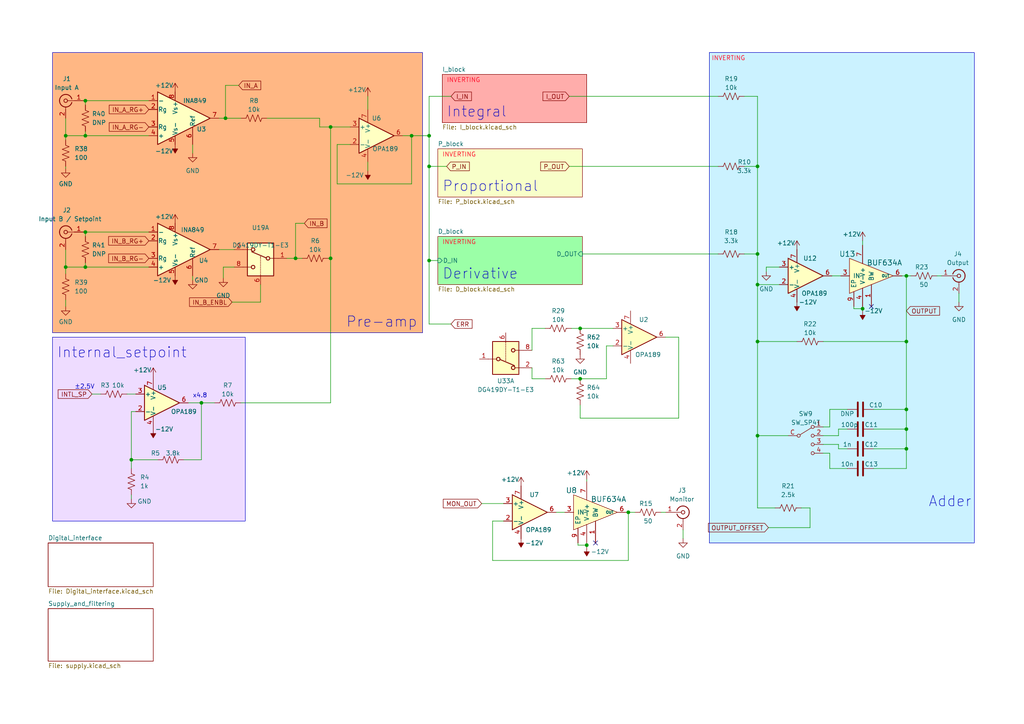
<source format=kicad_sch>
(kicad_sch (version 20230121) (generator eeschema)
  (paper "A4")
  (lib_symbols
    (symbol "Amplifier_Instrumentation:AD8236" (pin_names (offset 0.127))
      (property "Reference" "U" (at 3.81 7.62 0))
      (property "Value" "AD8236" (at 3.81 5.08 0))
      (symbol "AD8236_0_1"
        (polyline (pts (xy -7.62 7.62) (xy -7.62 -7.62) (xy 7.62 0) (xy -7.62 7.62)) (stroke (width 0.254)) (fill (type background)))
      )
      (symbol "AD8236_1_1"
        (pin input line (at -10.16 5.08 0) (length 2.54) (name "-") (number "1"))
        (pin passive line (at -10.16 2.54 0) (length 2.54) (name "Rg") (number "2"))
        (pin passive line (at -10.16 -2.54 0) (length 2.54) (name "Rg") (number "3"))
        (pin input line (at -10.16 -5.08 0) (length 2.54) (name "+") (number "4"))
        (pin power_in line (at -2.54 -7.62 90) (length 2.54) (name "Vs-") (number "5"))
        (pin passive line (at 2.54 -7.62 90) (length 5.08) (name "Ref") (number "6"))
        (pin output line (at 10.16 0 180) (length 2.54) (name "~") (number "7"))
        (pin power_in line (at -2.54 7.62 270) (length 2.54) (name "Vs+") (number "8"))
      )
    )
    (symbol "Amplifier_Operational:OPA330xxD" (pin_names (offset 0.127))
      (property "Reference" "U" (at 0 6.35 0))
      (property "Value" "OPA330xxD" (at 0 3.81 0))
      (symbol "OPA330xxD_0_1"
        (polyline (pts (xy -5.08 5.08) (xy 5.08 0) (xy -5.08 -5.08) (xy -5.08 5.08)) (stroke (width 0.254)) (fill (type background)))
      )
      (symbol "OPA330xxD_1_1"
        (pin no_connect line (at -2.54 2.54 270) (length 2.54) hide (name "NC") (number "1"))
        (pin input line (at -7.62 -2.54 0) (length 2.54) (name "-") (number "2"))
        (pin input line (at -7.62 2.54 0) (length 2.54) (name "+") (number "3"))
        (pin power_in line (at -2.54 -7.62 90) (length 3.81) (name "V-") (number "4"))
        (pin no_connect line (at 0 2.54 270) (length 2.54) hide (name "NC") (number "5"))
        (pin output line (at 7.62 0 180) (length 2.54) (name "~") (number "6"))
        (pin power_in line (at -2.54 7.62 270) (length 3.81) (name "V+") (number "7"))
        (pin no_connect line (at 0 -2.54 90) (length 2.54) hide (name "NC") (number "8"))
      )
    )
    (symbol "Analog_Switch:DG419LDY" (pin_names (offset 0.254))
      (property "Reference" "U" (at -3.175 4.699 0))
      (property "Value" "DG419LDY" (at -3.175 2.921 0))
      (symbol "DG419LDY_1_1"
        (rectangle (start -3.81 1.905) (end 3.81 -7.62) (stroke (width 0.254)) (fill (type background)))
        (circle (center -2.159 -2.54) (radius 0.508) (stroke (width 0.254)))
        (polyline (pts (xy -5.08 -2.54) (xy -2.794 -2.54)))
        (polyline (pts (xy -1.651 -2.413) (xy 2.54 -0.635)) (stroke (width 0.254)))
        (polyline (pts (xy 0 -7.62) (xy 0 -7.112)))
        (polyline (pts (xy 0 -6.858) (xy 0 -6.604)))
        (polyline (pts (xy 0 -6.35) (xy 0 -6.096)))
        (polyline (pts (xy 0 -5.842) (xy 0 -5.588)))
        (polyline (pts (xy 0 -5.334) (xy 0 -5.08)))
        (polyline (pts (xy 0 -4.826) (xy 0 -4.572)))
        (polyline (pts (xy 0 -4.318) (xy 0 -4.064)))
        (polyline (pts (xy 0 -3.81) (xy 0 -3.556)))
        (polyline (pts (xy 0 -3.302) (xy 0 -3.048)))
        (polyline (pts (xy 0 -2.794) (xy 0 -2.54)))
        (polyline (pts (xy 0 -2.286) (xy 0 -2.032)))
        (polyline (pts (xy 0 -2.286) (xy 0 -2.032)))
        (polyline (pts (xy 5.08 -5.08) (xy 2.794 -5.08)))
        (polyline (pts (xy 5.08 0) (xy 2.794 0)))
        (circle (center 2.159 -5.08) (radius 0.508) (stroke (width 0.254)))
        (circle (center 2.159 0) (radius 0.508) (stroke (width 0.254)))
        (pin passive line (at -7.62 -2.54 0) (length 2.54) (name "~") (number "1"))
        (pin passive line (at 7.62 0 180) (length 2.54) (name "~") (number "2"))
        (pin input line (at 0 -10.16 90) (length 2.54) (name "~") (number "6"))
        (pin passive line (at 7.62 -5.08 180) (length 2.54) (name "~") (number "8"))
      )
      (symbol "DG419LDY_2_0"
        (pin power_in line (at 0 -12.7 90) (length 2.54) (name "GND") (number "3"))
        (pin power_in line (at 0 12.7 270) (length 2.54) (name "V+") (number "4"))
        (pin power_in line (at 2.54 12.7 270) (length 2.54) (name "VL") (number "5"))
        (pin power_in line (at 2.54 -12.7 90) (length 2.54) (name "V-") (number "7"))
      )
      (symbol "DG419LDY_2_1"
        (rectangle (start -3.81 10.16) (end 6.35 -10.16) (stroke (width 0.254)) (fill (type background)))
      )
    )
    (symbol "Connector:Conn_Coaxial" (pin_names (offset 1.016) hide)
      (property "Reference" "J" (at 0.254 3.048 0))
      (property "Value" "Conn_Coaxial" (at 2.921 0 90))
      (symbol "Conn_Coaxial_0_1"
        (arc (start -1.778 -0.508) (mid 0.2311 -1.8066) (end 1.778 0) (stroke (width 0.254)))
        (polyline (pts (xy -2.54 0) (xy -0.508 0)))
        (polyline (pts (xy 0 -2.54) (xy 0 -1.778)))
        (circle (center 0 0) (radius 0.508) (stroke (width 0.2032)))
        (arc (start 1.778 0) (mid 0.2099 1.8101) (end -1.778 0.508) (stroke (width 0.254)))
      )
      (symbol "Conn_Coaxial_1_1"
        (pin passive line (at -5.08 0 0) (length 2.54) (name "In") (number "1"))
        (pin passive line (at 0 -5.08 90) (length 2.54) (name "Ext") (number "2"))
      )
    )
    (symbol "Device:C" (pin_numbers hide) (pin_names (offset 0.254))
      (property "Reference" "C" (at 0.635 2.54 0))
      (property "Value" "C" (at 0.635 -2.54 0))
      (symbol "C_0_1"
        (polyline (pts (xy -2.032 -0.762) (xy 2.032 -0.762)) (stroke (width 0.508)))
        (polyline (pts (xy -2.032 0.762) (xy 2.032 0.762)) (stroke (width 0.508)))
      )
      (symbol "C_1_1"
        (pin passive line (at 0 3.81 270) (length 2.794) (name "~") (number "1"))
        (pin passive line (at 0 -3.81 90) (length 2.794) (name "~") (number "2"))
      )
    )
    (symbol "Device:R_US" (pin_numbers hide) (pin_names (offset 0))
      (property "Reference" "R" (at 2.54 0 90))
      (property "Value" "R_US" (at -2.54 0 90))
      (symbol "R_US_0_1"
        (polyline (pts (xy 0 -2.286) (xy 0 -2.54)))
        (polyline (pts (xy 0 2.286) (xy 0 2.54)))
        (polyline (pts (xy 0 -0.762) (xy 1.016 -1.143) (xy 0 -1.524) (xy -1.016 -1.905) (xy 0 -2.286)))
        (polyline (pts (xy 0 0.762) (xy 1.016 0.381) (xy 0 0) (xy -1.016 -0.381) (xy 0 -0.762)))
        (polyline (pts (xy 0 2.286) (xy 1.016 1.905) (xy 0 1.524) (xy -1.016 1.143) (xy 0 0.762)))
      )
      (symbol "R_US_1_1"
        (pin passive line (at 0 3.81 270) (length 1.27) (name "~") (number "1"))
        (pin passive line (at 0 -3.81 90) (length 1.27) (name "~") (number "2"))
      )
    )
    (symbol "local_lib:BUF634A" (pin_names (offset 1.016))
      (property "Reference" "U" (at 2.54 -12.7 0))
      (property "Value" "BUF634A" (at 13.97 -13.97 0))
      (symbol "BUF634A_1_1"
        (polyline (pts (xy 3.81 -22.86) (xy 3.81 -12.7) (xy 16.51 -17.78) (xy 3.81 -22.86)) (fill (type background)))
        (pin passive line (at 10.16 -26.67 90) (length 6.35) (name "BW") (number "1"))
        (pin passive line (at 1.27 -17.78 0) (length 2.54) (name "IN") (number "3"))
        (pin passive line (at 7.62 -26.67 90) (length 5.334) (name "V-") (number "4"))
        (pin passive line (at 19.05 -17.78 180) (length 2.54) (name "OUT") (number "6"))
        (pin passive line (at 7.62 -8.89 270) (length 5.334) (name "V+") (number "7"))
        (pin passive line (at 5.08 -26.67 90) (length 4.318) (name "EP") (number "9"))
      )
    )
    (symbol "local_lib:SW_SP4T" (pin_names (offset 0) hide)
      (property "Reference" "SW" (at 0 5.08 0))
      (property "Value" "SW_SP4T" (at 0 -8.89 0))
      (symbol "SW_SP4T_0_1"
        (circle (center -2.032 0) (radius 0.4572))
        (polyline (pts (xy -1.651 0.254) (xy 1.651 2.286)))
        (circle (center 2.032 -5.08) (radius 0.4572))
        (circle (center 2.032 -2.54) (radius 0.4572))
        (circle (center 2.032 0) (radius 0.4572))
        (circle (center 2.032 2.54) (radius 0.4572))
      )
      (symbol "SW_SP4T_1_1"
        (pin passive line (at 5.08 2.54 180) (length 2.54) (name "1") (number "1"))
        (pin passive line (at 5.08 0 180) (length 2.54) (name "2") (number "2"))
        (pin passive line (at 5.08 -2.54 180) (length 2.54) (name "3") (number "3"))
        (pin passive line (at 5.08 -5.08 180) (length 2.54) (name "4") (number "4"))
        (pin passive line (at -5.08 0 0) (length 2.54) (name "Common") (number "C"))
      )
    )
    (symbol "power:+12V" (power) (pin_names (offset 0))
      (property "Value" "+12V" (at 0 3.556 0))
      (symbol "+12V_0_1"
        (polyline (pts (xy -0.762 1.27) (xy 0 2.54)))
        (polyline (pts (xy 0 0) (xy 0 2.54)))
        (polyline (pts (xy 0 2.54) (xy 0.762 1.27)))
      )
      (symbol "+12V_1_1"
        (pin power_in line (at 0 0 90) (length 0) hide (name "+12V") (number "1"))
      )
    )
    (symbol "power:-12V" (power) (pin_names (offset 0))
      (property "Value" "-12V" (at 0 3.81 0))
      (symbol "-12V_0_0"
        (pin power_in line (at 0 0 90) (length 0) hide (name "-12V") (number "1"))
      )
      (symbol "-12V_0_1"
        (polyline (pts (xy 0 0) (xy 0 1.27) (xy 0.762 1.27) (xy 0 2.54) (xy -0.762 1.27) (xy 0 1.27)) (fill (type outline)))
      )
    )
    (symbol "power:GND" (power) (pin_names (offset 0))
      (property "Value" "GND" (at 0 -3.81 0))
      (symbol "GND_0_1"
        (polyline (pts (xy 0 0) (xy 0 -1.27) (xy 1.27 -1.27) (xy 0 -2.54) (xy -1.27 -1.27) (xy 0 -1.27)))
      )
      (symbol "GND_1_1"
        (pin power_in line (at 0 0 270) (length 0) hide (name "GND") (number "1"))
      )
    )
  )
  (junction (at 19.05 77.47))
  (junction (at 182.245 148.59))
  (junction (at 262.89 99.06))
  (junction (at 19.05 39.37))
  (junction (at 168.275 95.25))
  (junction (at 219.71 73.66))
  (junction (at 58.42 116.84))
  (junction (at 262.89 80.01))
  (junction (at 168.275 109.855))
  (junction (at 124.46 39.37))
  (junction (at 24.765 67.31))
  (junction (at 219.71 99.06))
  (junction (at 24.765 77.47))
  (junction (at 219.71 48.26))
  (junction (at 219.71 82.55))
  (junction (at 24.765 29.21))
  (junction (at 65.405 34.29))
  (junction (at 38.1 133.35))
  (junction (at 170.18 158.115))
  (junction (at 124.46 75.565))
  (junction (at 262.89 130.175))
  (junction (at 24.765 39.37))
  (junction (at 95.885 36.83))
  (junction (at 124.46 48.26))
  (junction (at 262.89 124.46))
  (junction (at 262.89 118.745))
  (junction (at 119.38 39.37))
  (junction (at 250.19 89.535))
  (junction (at 85.725 74.93))
  (junction (at 219.71 126.365))
  (junction (at 95.885 74.93))
  (no_connect (at 252.73 88.9))
  (no_connect (at 172.72 157.48))
  (wire (pts (xy 124.46 93.98) (xy 130.81 93.98)))
  (wire (pts (xy 36.83 114.3) (xy 39.37 114.3)))
  (wire (pts (xy 63.5 34.29) (xy 65.405 34.29)))
  (wire (pts (xy 243.205 130.175) (xy 245.745 130.175)))
  (wire (pts (xy 168.275 121.285) (xy 196.85 121.285)))
  (wire (pts (xy 58.42 116.84) (xy 62.23 116.84)))
  (wire (pts (xy 181.61 148.59) (xy 182.245 148.59)))
  (wire (pts (xy 65.405 34.29) (xy 69.85 34.29)))
  (wire (pts (xy 165.1 27.94) (xy 208.28 27.94)))
  (wire (pts (xy 250.19 88.9) (xy 250.19 89.535)))
  (wire (pts (xy 38.1 143.51) (xy 38.1 144.78)))
  (wire (pts (xy 278.13 85.09) (xy 278.13 87.63)))
  (wire (pts (xy 262.89 99.06) (xy 262.89 118.745)))
  (wire (pts (xy 262.89 130.175) (xy 253.365 130.175)))
  (wire (pts (xy 24.765 76.2) (xy 24.765 77.47)))
  (wire (pts (xy 24.13 67.31) (xy 24.765 67.31)))
  (wire (pts (xy 262.89 124.46) (xy 262.89 130.175)))
  (wire (pts (xy 219.71 99.06) (xy 219.71 126.365)))
  (wire (pts (xy 53.34 133.35) (xy 58.42 133.35)))
  (wire (pts (xy 97.79 41.91) (xy 97.79 53.34)))
  (wire (pts (xy 170.18 139.065) (xy 170.18 139.7)))
  (wire (pts (xy 219.71 82.55) (xy 219.71 73.66)))
  (wire (pts (xy 24.765 68.58) (xy 24.765 67.31)))
  (wire (pts (xy 19.05 86.995) (xy 19.05 88.9)))
  (wire (pts (xy 250.19 89.535) (xy 250.19 90.17)))
  (wire (pts (xy 116.84 39.37) (xy 119.38 39.37)))
  (wire (pts (xy 124.46 48.26) (xy 129.54 48.26)))
  (wire (pts (xy 215.9 73.66) (xy 219.71 73.66)))
  (wire (pts (xy 139.7 146.05) (xy 146.05 146.05)))
  (wire (pts (xy 95.885 36.83) (xy 95.885 74.93)))
  (wire (pts (xy 170.18 157.48) (xy 170.18 158.115)))
  (wire (pts (xy 154.305 101.6) (xy 154.305 95.25)))
  (wire (pts (xy 165.735 95.25) (xy 168.275 95.25)))
  (wire (pts (xy 24.765 67.31) (xy 43.18 67.31)))
  (wire (pts (xy 243.205 126.365) (xy 243.205 124.46)))
  (wire (pts (xy 101.6 41.91) (xy 97.79 41.91)))
  (wire (pts (xy 38.1 133.35) (xy 38.1 135.89)))
  (wire (pts (xy 95.885 74.93) (xy 95.885 116.84)))
  (wire (pts (xy 75.565 82.55) (xy 75.565 87.63)))
  (wire (pts (xy 262.89 99.06) (xy 262.89 80.01)))
  (wire (pts (xy 58.42 116.84) (xy 58.42 133.35)))
  (wire (pts (xy 168.275 95.25) (xy 177.8 95.25)))
  (wire (pts (xy 191.77 148.59) (xy 193.04 148.59)))
  (wire (pts (xy 65.405 24.765) (xy 65.405 34.29)))
  (wire (pts (xy 24.765 29.21) (xy 24.765 30.48)))
  (wire (pts (xy 168.275 117.475) (xy 168.275 121.285)))
  (wire (pts (xy 38.1 119.38) (xy 38.1 133.35)))
  (wire (pts (xy 45.72 133.35) (xy 38.1 133.35)))
  (wire (pts (xy 247.65 89.535) (xy 250.19 89.535)))
  (wire (pts (xy 240.665 118.745) (xy 245.745 118.745)))
  (wire (pts (xy 219.71 147.32) (xy 224.79 147.32)))
  (wire (pts (xy 97.79 53.34) (xy 119.38 53.34)))
  (wire (pts (xy 95.885 36.83) (xy 92.71 36.83)))
  (wire (pts (xy 238.76 128.905) (xy 243.205 128.905)))
  (wire (pts (xy 161.29 148.59) (xy 163.83 148.59)))
  (wire (pts (xy 240.665 123.825) (xy 240.665 118.745)))
  (wire (pts (xy 95.25 74.93) (xy 95.885 74.93)))
  (wire (pts (xy 24.765 77.47) (xy 43.18 77.47)))
  (wire (pts (xy 238.76 126.365) (xy 243.205 126.365)))
  (wire (pts (xy 170.18 158.115) (xy 170.18 158.75)))
  (wire (pts (xy 240.665 135.89) (xy 240.665 131.445)))
  (wire (pts (xy 167.64 157.48) (xy 167.64 158.115)))
  (wire (pts (xy 262.89 124.46) (xy 262.89 118.745)))
  (wire (pts (xy 168.275 109.855) (xy 175.895 109.855)))
  (wire (pts (xy 215.9 27.94) (xy 219.71 27.94)))
  (wire (pts (xy 19.05 39.37) (xy 19.05 34.29)))
  (wire (pts (xy 240.665 131.445) (xy 238.76 131.445)))
  (wire (pts (xy 238.76 99.06) (xy 262.89 99.06)))
  (wire (pts (xy 69.215 24.765) (xy 65.405 24.765)))
  (wire (pts (xy 193.04 97.79) (xy 196.85 97.79)))
  (wire (pts (xy 124.46 39.37) (xy 124.46 48.26)))
  (wire (pts (xy 154.305 106.68) (xy 154.305 109.855)))
  (wire (pts (xy 222.885 153.035) (xy 234.95 153.035)))
  (wire (pts (xy 124.46 27.94) (xy 130.81 27.94)))
  (wire (pts (xy 106.68 49.53) (xy 106.68 46.99)))
  (wire (pts (xy 67.945 77.47) (xy 64.77 77.47)))
  (wire (pts (xy 271.78 80.01) (xy 273.05 80.01)))
  (wire (pts (xy 154.305 95.25) (xy 158.115 95.25)))
  (wire (pts (xy 219.71 82.55) (xy 219.71 99.06)))
  (wire (pts (xy 77.47 34.29) (xy 92.71 34.29)))
  (wire (pts (xy 142.875 162.56) (xy 142.875 151.13)))
  (wire (pts (xy 222.25 77.47) (xy 222.25 78.74)))
  (wire (pts (xy 245.745 135.89) (xy 240.665 135.89)))
  (wire (pts (xy 219.71 126.365) (xy 228.6 126.365)))
  (wire (pts (xy 264.16 80.01) (xy 262.89 80.01)))
  (wire (pts (xy 55.88 80.01) (xy 55.88 81.28)))
  (wire (pts (xy 24.765 29.21) (xy 43.18 29.21)))
  (wire (pts (xy 241.3 80.01) (xy 243.84 80.01)))
  (wire (pts (xy 165.1 48.26) (xy 208.28 48.26)))
  (wire (pts (xy 24.765 39.37) (xy 43.18 39.37)))
  (wire (pts (xy 182.245 162.56) (xy 142.875 162.56)))
  (wire (pts (xy 226.06 77.47) (xy 222.25 77.47)))
  (wire (pts (xy 95.885 36.83) (xy 101.6 36.83)))
  (wire (pts (xy 124.46 75.565) (xy 127 75.565)))
  (wire (pts (xy 88.265 64.77) (xy 85.725 64.77)))
  (wire (pts (xy 243.205 128.905) (xy 243.205 130.175)))
  (wire (pts (xy 85.725 64.77) (xy 85.725 74.93)))
  (wire (pts (xy 262.89 135.89) (xy 253.365 135.89)))
  (wire (pts (xy 154.305 109.855) (xy 158.115 109.855)))
  (wire (pts (xy 19.05 40.64) (xy 19.05 39.37)))
  (wire (pts (xy 238.76 123.825) (xy 240.665 123.825)))
  (wire (pts (xy 142.875 151.13) (xy 146.05 151.13)))
  (wire (pts (xy 63.5 72.39) (xy 67.945 72.39)))
  (wire (pts (xy 262.89 118.745) (xy 253.365 118.745)))
  (wire (pts (xy 182.245 148.59) (xy 184.15 148.59)))
  (wire (pts (xy 26.67 114.3) (xy 29.21 114.3)))
  (wire (pts (xy 165.735 109.855) (xy 168.275 109.855)))
  (wire (pts (xy 182.245 148.59) (xy 182.245 162.56)))
  (wire (pts (xy 250.19 69.85) (xy 250.19 71.12)))
  (wire (pts (xy 168.91 73.66) (xy 208.28 73.66)))
  (wire (pts (xy 196.85 121.285) (xy 196.85 97.79)))
  (wire (pts (xy 24.765 39.37) (xy 19.05 39.37)))
  (wire (pts (xy 234.95 147.32) (xy 234.95 153.035)))
  (wire (pts (xy 167.64 158.115) (xy 170.18 158.115)))
  (wire (pts (xy 215.9 48.26) (xy 219.71 48.26)))
  (wire (pts (xy 231.14 99.06) (xy 219.71 99.06)))
  (wire (pts (xy 124.46 48.26) (xy 124.46 75.565)))
  (wire (pts (xy 124.46 75.565) (xy 124.46 93.98)))
  (wire (pts (xy 119.38 53.34) (xy 119.38 39.37)))
  (wire (pts (xy 19.05 77.47) (xy 19.05 79.375)))
  (wire (pts (xy 83.185 74.93) (xy 85.725 74.93)))
  (wire (pts (xy 24.765 77.47) (xy 19.05 77.47)))
  (wire (pts (xy 198.12 153.67) (xy 198.12 156.21)))
  (wire (pts (xy 19.05 72.39) (xy 19.05 77.47)))
  (wire (pts (xy 232.41 147.32) (xy 234.95 147.32)))
  (wire (pts (xy 243.205 124.46) (xy 245.745 124.46)))
  (wire (pts (xy 67.31 87.63) (xy 75.565 87.63)))
  (wire (pts (xy 119.38 39.37) (xy 124.46 39.37)))
  (wire (pts (xy 92.71 34.29) (xy 92.71 36.83)))
  (wire (pts (xy 175.895 100.33) (xy 175.895 109.855)))
  (wire (pts (xy 219.71 73.66) (xy 219.71 48.26)))
  (wire (pts (xy 124.46 27.94) (xy 124.46 39.37)))
  (wire (pts (xy 24.765 38.1) (xy 24.765 39.37)))
  (wire (pts (xy 247.65 88.9) (xy 247.65 89.535)))
  (wire (pts (xy 58.42 116.84) (xy 54.61 116.84)))
  (wire (pts (xy 219.71 48.26) (xy 219.71 27.94)))
  (wire (pts (xy 55.88 41.91) (xy 55.88 44.45)))
  (wire (pts (xy 69.85 116.84) (xy 95.885 116.84)))
  (wire (pts (xy 226.06 82.55) (xy 219.71 82.55)))
  (wire (pts (xy 262.89 80.01) (xy 261.62 80.01)))
  (wire (pts (xy 106.68 27.94) (xy 106.68 31.75)))
  (wire (pts (xy 19.05 48.26) (xy 19.05 48.895)))
  (wire (pts (xy 24.13 29.21) (xy 24.765 29.21)))
  (wire (pts (xy 85.725 74.93) (xy 87.63 74.93)))
  (wire (pts (xy 64.77 77.47) (xy 64.77 80.645)))
  (wire (pts (xy 39.37 119.38) (xy 38.1 119.38)))
  (wire (pts (xy 262.89 130.175) (xy 262.89 135.89)))
  (wire (pts (xy 219.71 126.365) (xy 219.71 147.32)))
  (wire (pts (xy 177.8 100.33) (xy 175.895 100.33)))
  (wire (pts (xy 262.89 124.46) (xy 253.365 124.46)))
  (rectangle (start 15.24 15.24) (end 122.555 96.52) (fill (type color) (color 255 183 132 1)))
  (rectangle (start 205.74 15.24) (end 282.575 157.48) (fill (type color) (color 203 242 255 1)))
  (rectangle (start 15.24 97.79) (end 71.12 151.13) (fill (type color) (color 238 220 255 1)))
  (text "Proportional" (at 128.27 55.88 0) (effects (font (size 3 3)) (justify left bottom)))
  (text "INVERTING" (at 128.27 45.72 0) (effects (font (size 1.27 1.27)) (justify left bottom)))
  (text "INVERTING" (at 206.375 17.78 0) (effects (font (size 1.27 1.27)) (justify left bottom)))
  (text "±2.5V" (at 21.59 113.03 0) (effects (font (size 1.27 1.27)) (justify left bottom)))
  (text "Pre-amp" (at 100.33 95.25 0) (effects (font (size 3 3)) (justify left bottom)))
  (text "Derivative" (at 128.27 81.28 0) (effects (font (size 3 3)) (justify left bottom)))
  (text "INVERTING" (at 128.27 71.12 0) (effects (font (size 1.27 1.27)) (justify left bottom)))
  (text "Adder" (at 269.24 147.32 0) (effects (font (size 3 3)) (justify left bottom)))
  (text "x4.8" (at 55.88 115.57 0) (effects (font (size 1.27 1.27)) (justify left bottom)))
  (text "Integral" (at 129.54 34.29 0) (effects (font (size 3 3)) (justify left bottom)))
  (text "INVERTING" (at 129.54 24.13 0) (effects (font (size 1.27 1.27)) (justify left bottom)))
  (text "Internal_setpoint" (at 16.51 104.14 0) (effects (font (size 3 3)) (justify left bottom)))
  (global_label "I_IN" (shape input) (at 130.81 27.94 0) (property "Intersheetrefs" "${INTERSHEET_REFS}" (effects hide)))
  (global_label "IN_B_RG+" (shape input) (at 43.18 69.85 180) (property "Intersheetrefs" "${INTERSHEET_REFS}" (effects hide)))
  (global_label "OUTPUT" (shape input) (at 262.89 90.17 0) (property "Intersheetrefs" "${INTERSHEET_REFS}" (effects hide)))
  (global_label "OUTPUT_OFFSET" (shape input) (at 222.885 153.035 180) (property "Intersheetrefs" "${INTERSHEET_REFS}" (effects hide)))
  (global_label "P_IN" (shape input) (at 129.54 48.26 0) (property "Intersheetrefs" "${INTERSHEET_REFS}" (effects hide)))
  (global_label "ERR" (shape input) (at 130.81 93.98 0) (property "Intersheetrefs" "${INTERSHEET_REFS}" (effects hide)))
  (global_label "IN_A" (shape input) (at 69.215 24.765 0) (property "Intersheetrefs" "${INTERSHEET_REFS}" (effects hide)))
  (global_label "MON_OUT" (shape input) (at 139.7 146.05 180) (property "Intersheetrefs" "${INTERSHEET_REFS}" (effects hide)))
  (global_label "INTL_SP" (shape input) (at 26.67 114.3 180) (property "Intersheetrefs" "${INTERSHEET_REFS}" (effects hide)))
  (global_label "IN_B_RG-" (shape input) (at 43.18 74.93 180) (property "Intersheetrefs" "${INTERSHEET_REFS}" (effects hide)))
  (global_label "IN_A_RG+" (shape input) (at 43.18 31.75 180) (property "Intersheetrefs" "${INTERSHEET_REFS}" (effects hide)))
  (global_label "I_OUT" (shape input) (at 165.1 27.94 180) (property "Intersheetrefs" "${INTERSHEET_REFS}" (effects hide)))
  (global_label "IN_B" (shape input) (at 88.265 64.77 0) (property "Intersheetrefs" "${INTERSHEET_REFS}" (effects hide)))
  (global_label "IN_B_ENBL" (shape input) (at 67.31 87.63 180) (property "Intersheetrefs" "${INTERSHEET_REFS}" (effects hide)))
  (global_label "IN_A_RG-" (shape input) (at 43.18 36.83 180) (property "Intersheetrefs" "${INTERSHEET_REFS}" (effects hide)))
  (global_label "P_OUT" (shape input) (at 165.1 48.26 180) (property "Intersheetrefs" "${INTERSHEET_REFS}" (effects hide)))
  (symbol (lib_id "Amplifier_Instrumentation:AD8236") (at 53.34 34.29 0) (unit 1)
    (property "Reference" "U3" (at 58.42 37.465 0))
    (property "Value" "INA849" (at 56.515 29.21 0))
    (property "Footprint" "Package_SO:SOIC-8_3.9x4.9mm_P1.27mm" (effects hide))
    (property "Datasheet" "https://www.ti.com/lit/ds/symlink/ina849.pdf" (effects hide))
    (property "DIGIKEY" "296-INA849DRCT-ND‎ " (effects hide))
    (property "PARTNO" "INA849DR‎ " (effects hide))
  )
  (symbol (lib_id "Device:R_US") (at 73.66 34.29 90) (unit 1)
    (property "Reference" "R8" (at 73.66 29.21 90))
    (property "Value" "10k" (at 73.66 31.75 90))
    (property "Footprint" "Resistor_SMD:R_0805_2012Metric" (effects hide))
    (property "DIGIKEY" "2019-RN73H2ATTD1002B25CT-ND" (effects hide))
  )
  (symbol (lib_id "power:-12V") (at 106.68 49.53 180) (unit 1)
    (property "Reference" "#PWR018" (effects hide))
    (property "Value" "-12V" (at 102.87 50.8 0))
  )
  (symbol (lib_id "Device:R_US") (at 49.53 133.35 90) (unit 1)
    (property "Reference" "R5" (at 45.085 131.445 90))
    (property "Value" "3.8k" (at 50.165 131.445 90))
    (property "Footprint" "Resistor_SMD:R_0805_2012Metric" (effects hide))
    (property "DIGIKEY" "2019-RN73H2ATTD1002B25CT-ND" (effects hide))
  )
  (symbol (lib_id "power:+12V") (at 106.68 27.94 0) (unit 1)
    (property "Reference" "#PWR017" (effects hide))
    (property "Value" "+12V" (at 103.505 26.035 0))
  )
  (symbol (lib_id "Amplifier_Operational:OPA330xxD") (at 46.99 116.84 0) (unit 1)
    (property "Reference" "U5" (at 46.99 112.395 0))
    (property "Value" "OPA189" (at 53.34 119.38 0))
    (property "Footprint" "Package_SO:SOIC-8_3.9x4.9mm_P1.27mm" (effects hide))
    (property "Datasheet" "http://www.ti.com/lit/ds/symlink/opa330.pdf" (effects hide))
    (property "DIGIKEY" "296-47522-ND" (effects hide))
    (property "PARTNO" "OPA189ID" (effects hide))
  )
  (symbol (lib_id "Device:R_US") (at 234.95 99.06 90) (unit 1)
    (property "Reference" "R22" (at 234.95 93.98 90))
    (property "Value" "10k" (at 234.95 96.52 90))
    (property "Footprint" "Resistor_SMD:R_0805_2012Metric" (effects hide))
    (property "DIGIKEY" "2019-RN73H2ATTD1002B25CT-ND" (effects hide))
  )
  (symbol (lib_id "Device:R_US") (at 267.97 80.01 90) (unit 1)
    (property "Reference" "R23" (at 267.335 77.47 90))
    (property "Value" "50" (at 267.97 82.55 90))
    (property "Footprint" "Resistor_SMD:R_0805_2012Metric" (effects hide))
  )
  (symbol (lib_id "Connector:Conn_Coaxial") (at 19.05 29.21 0) (mirror y) (unit 1)
    (property "Reference" "J1" (at 19.3674 22.86 0))
    (property "Value" "Input A" (at 19.3674 25.4 0))
    (property "Footprint" "lib:BNC_Amphenol_031-5539_Vertical" (effects hide))
    (property "Datasheet" " ~" (effects hide))
  )
  (symbol (lib_id "Device:R_US") (at 24.765 34.29 0) (unit 1)
    (property "Reference" "R40" (at 26.67 33.02 0) (effects (justify left)))
    (property "Value" "DNP" (at 26.67 35.56 0) (effects (justify left)))
  )
  (symbol (lib_id "Device:R_US") (at 212.09 48.26 90) (unit 1)
    (property "Reference" "R10" (at 215.9 46.99 90))
    (property "Value" "3.3k" (at 215.9 49.53 90))
    (property "Footprint" "Resistor_SMD:R_0805_2012Metric" (effects hide))
    (property "DIGIKEY" "2019-RN73H2ATTD1002B25CT-ND" (effects hide))
  )
  (symbol (lib_id "Device:C") (at 249.555 124.46 270) (mirror x) (unit 1)
    (property "Reference" "C11" (at 252.73 123.19 90))
    (property "Value" "100p" (at 246.38 123.19 90))
    (property "Footprint" "Capacitor_SMD:C_0805_2012Metric" (effects hide))
  )
  (symbol (lib_id "power:-12V") (at 50.8 80.01 180) (unit 1)
    (property "Reference" "#PWR011" (effects hide))
    (property "Value" "-12V" (at 46.99 81.28 0))
  )
  (symbol (lib_id "power:-12V") (at 151.13 156.21 180) (unit 1)
    (property "Reference" "#PWR020" (effects hide))
    (property "Value" "-12V" (at 154.94 157.48 0))
  )
  (symbol (lib_id "Device:R_US") (at 19.05 83.185 0) (unit 1)
    (property "Reference" "R39" (at 21.59 81.915 0) (effects (justify left)))
    (property "Value" "100" (at 21.59 84.455 0) (effects (justify left)))
  )
  (symbol (lib_id "Device:R_US") (at 91.44 74.93 90) (unit 1)
    (property "Reference" "R6" (at 91.44 69.85 90))
    (property "Value" "10k" (at 91.44 72.39 90))
    (property "Footprint" "Resistor_SMD:R_0805_2012Metric" (effects hide))
    (property "DIGIKEY" "2019-RN73H2ATTD1002B25CT-ND" (effects hide))
  )
  (symbol (lib_id "Analog_Switch:DG419LDY") (at 146.685 106.68 0) (mirror x) (unit 1)
    (property "Reference" "U33" (at 146.685 110.49 0))
    (property "Value" "DG419DY-T1-E3" (at 146.685 113.03 0))
    (property "Footprint" "Package_SO:SOIC-8_3.9x4.9mm_P1.27mm" (effects hide))
    (property "Datasheet" "https://datasheets.maximintegrated.com/en/ds/DG417-DG419.pdf" (effects hide))
  )
  (symbol (lib_id "power:-12V") (at 50.8 41.91 180) (unit 1)
    (property "Reference" "#PWR09" (effects hide))
    (property "Value" "-12V" (at 47.625 43.815 0))
  )
  (symbol (lib_id "power:GND") (at 278.13 87.63 0) (unit 1)
    (property "Reference" "#PWR036" (effects hide))
    (property "Value" "GND" (at 278.13 92.71 0))
  )
  (symbol (lib_id "power:+12V") (at 231.14 72.39 0) (unit 1)
    (property "Reference" "#PWR063" (effects hide))
    (property "Value" "+12V" (at 227.965 70.485 0))
  )
  (symbol (lib_id "Device:C") (at 249.555 135.89 270) (mirror x) (unit 1)
    (property "Reference" "C13" (at 252.73 134.62 90))
    (property "Value" "10n" (at 245.745 134.62 90))
    (property "Footprint" "Capacitor_SMD:C_0805_2012Metric" (effects hide))
  )
  (symbol (lib_id "Amplifier_Instrumentation:AD8236") (at 53.34 72.39 0) (unit 1)
    (property "Reference" "U4" (at 59.055 75.565 0))
    (property "Value" "INA849" (at 55.88 66.675 0))
    (property "Footprint" "Package_SO:SOIC-8_3.9x4.9mm_P1.27mm" (effects hide))
    (property "Datasheet" "https://www.ti.com/lit/ds/symlink/ina849.pdf" (effects hide))
    (property "DIGIKEY" "296-INA849DRCT-ND‎ " (effects hide))
    (property "PARTNO" "INA849DR‎ " (effects hide))
  )
  (symbol (lib_id "Device:R_US") (at 187.96 148.59 90) (unit 1)
    (property "Reference" "R15" (at 187.325 146.05 90))
    (property "Value" "50" (at 187.96 151.13 90))
    (property "Footprint" "Resistor_SMD:R_0805_2012Metric" (effects hide))
  )
  (symbol (lib_id "Amplifier_Operational:OPA330xxD") (at 153.67 148.59 0) (unit 1)
    (property "Reference" "U7" (at 154.94 143.51 0))
    (property "Value" "OPA189" (at 156.21 153.67 0))
    (property "Footprint" "Package_SO:SOIC-8_3.9x4.9mm_P1.27mm" (effects hide))
    (property "Datasheet" "http://www.ti.com/lit/ds/symlink/opa330.pdf" (effects hide))
    (property "DIGIKEY" "296-47522-ND" (effects hide))
    (property "PARTNO" "OPA189ID" (effects hide))
  )
  (symbol (lib_id "local_lib:SW_SP4T") (at 233.68 126.365 0) (unit 1)
    (property "Reference" "SW9" (at 233.68 120.015 0))
    (property "Value" "SW_SP4T" (at 233.68 122.555 0))
    (property "Footprint" "lib:SLB1470" (effects hide))
    (property "PARTNO" "SLB1470" (effects hide))
    (property "DIGIKEY" "679-2621-ND" (effects hide))
  )
  (symbol (lib_id "Connector:Conn_Coaxial") (at 278.13 80.01 0) (unit 1)
    (property "Reference" "J4" (at 277.8126 73.66 0))
    (property "Value" "Output" (at 277.8126 76.2 0))
    (property "Footprint" "lib:BNC_Amphenol_031-5539_Vertical" (effects hide))
    (property "Datasheet" " ~" (effects hide))
  )
  (symbol (lib_id "power:+12V") (at 50.8 26.67 0) (unit 1)
    (property "Reference" "#PWR08" (effects hide))
    (property "Value" "+12V" (at 47.625 24.765 0))
  )
  (symbol (lib_id "Device:R_US") (at 66.04 116.84 90) (unit 1)
    (property "Reference" "R7" (at 66.04 111.76 90))
    (property "Value" "10k" (at 66.04 114.3 90))
    (property "Footprint" "Resistor_SMD:R_0805_2012Metric" (effects hide))
    (property "DIGIKEY" "2019-RN73H2ATTD1002B25CT-ND" (effects hide))
  )
  (symbol (lib_id "Amplifier_Operational:OPA330xxD") (at 233.68 80.01 0) (unit 1)
    (property "Reference" "U12" (at 234.95 74.93 0))
    (property "Value" "OPA189" (at 236.22 85.09 0))
    (property "Footprint" "Package_SO:SOIC-8_3.9x4.9mm_P1.27mm" (effects hide))
    (property "Datasheet" "http://www.ti.com/lit/ds/symlink/opa330.pdf" (effects hide))
    (property "DIGIKEY" "296-47522-ND" (effects hide))
    (property "PARTNO" "OPA189ID" (effects hide))
  )
  (symbol (lib_id "local_lib:BUF634A") (at 162.56 130.81 0) (unit 1)
    (property "Reference" "U8" (at 165.735 142.24 0) (effects (font (size 1.524 1.524))))
    (property "Value" "BUF634A" (at 176.53 144.78 0) (effects (font (size 1.524 1.524))))
    (property "Footprint" "lib:TI_SO-PowerPAD-8_ThermalVias" (effects hide))
    (property "Datasheet" "https://www.ti.com/lit/ds/symlink/buf634a.pdf" (effects hide))
    (property "DIGIKEY" "296-BUF634AIDDARCT-ND" (effects hide))
    (property "PARTNO" "BUF634AIDDAR" (effects hide))
  )
  (symbol (lib_id "Amplifier_Operational:OPA330xxD") (at 185.42 97.79 0) (unit 1)
    (property "Reference" "U2" (at 186.69 92.71 0))
    (property "Value" "OPA189" (at 187.96 102.87 0))
    (property "Footprint" "Package_SO:SOIC-8_3.9x4.9mm_P1.27mm" (effects hide))
    (property "Datasheet" "http://www.ti.com/lit/ds/symlink/opa330.pdf" (effects hide))
    (property "DIGIKEY" "296-47522-ND" (effects hide))
    (property "PARTNO" "OPA189ID" (effects hide))
  )
  (symbol (lib_id "power:GND") (at 19.05 88.9 0) (unit 1)
    (property "Reference" "#PWR084" (effects hide))
    (property "Value" "GND" (at 19.05 93.345 0))
  )
  (symbol (lib_id "Device:R_US") (at 228.6 147.32 90) (unit 1)
    (property "Reference" "R21" (at 228.6 140.97 90))
    (property "Value" "2.5k" (at 228.6 143.51 90))
    (property "Footprint" "Resistor_SMD:R_0805_2012Metric" (effects hide))
    (property "DIGIKEY" "2019-RN73H2ATTD1002B25CT-ND" (effects hide))
  )
  (symbol (lib_id "power:GND") (at 19.05 48.895 0) (unit 1)
    (property "Reference" "#PWR083" (effects hide))
    (property "Value" "GND" (at 19.05 53.34 0))
  )
  (symbol (lib_id "Device:C") (at 249.555 118.745 270) (mirror x) (unit 1)
    (property "Reference" "C10" (at 254 117.475 90))
    (property "Value" "DNP" (at 245.745 120.015 90))
    (property "Footprint" "Capacitor_SMD:C_0805_2012Metric" (effects hide))
  )
  (symbol (lib_id "Connector:Conn_Coaxial") (at 198.12 148.59 0) (unit 1)
    (property "Reference" "J3" (at 197.8026 142.24 0))
    (property "Value" "Monitor" (at 197.8026 144.78 0))
    (property "Footprint" "lib:BNC_Amphenol_031-5539_Vertical" (effects hide))
    (property "Datasheet" " ~" (effects hide))
  )
  (symbol (lib_id "power:+12V") (at 250.19 69.85 0) (unit 1)
    (property "Reference" "#PWR034" (effects hide))
    (property "Value" "+12V" (at 247.015 67.945 0))
  )
  (symbol (lib_id "Amplifier_Operational:OPA330xxD") (at 109.22 39.37 0) (unit 1)
    (property "Reference" "U6" (at 109.22 34.29 0))
    (property "Value" "OPA189" (at 111.76 43.18 0))
    (property "Footprint" "Package_SO:SOIC-8_3.9x4.9mm_P1.27mm" (effects hide))
    (property "Datasheet" "http://www.ti.com/lit/ds/symlink/opa330.pdf" (effects hide))
    (property "DIGIKEY" "296-47522-ND" (effects hide))
    (property "PARTNO" "OPA189ID" (effects hide))
  )
  (symbol (lib_id "power:GND") (at 55.88 81.28 0) (unit 1)
    (property "Reference" "#PWR015" (effects hide))
    (property "Value" "GND" (at 58.42 81.28 0))
  )
  (symbol (lib_id "Device:R_US") (at 168.275 99.06 180) (unit 1)
    (property "Reference" "R62" (at 170.18 97.79 0) (effects (justify right)))
    (property "Value" "10k" (at 170.18 100.33 0) (effects (justify right)))
    (property "Footprint" "Resistor_SMD:R_0805_2012Metric" (effects hide))
    (property "DIGIKEY" "2019-RN73H2ATTD1002B25CT-ND" (effects hide))
  )
  (symbol (lib_id "Device:R_US") (at 161.925 109.855 90) (unit 1)
    (property "Reference" "R63" (at 161.925 104.775 90))
    (property "Value" "10k" (at 161.925 107.315 90))
    (property "Footprint" "Resistor_SMD:R_0805_2012Metric" (effects hide))
    (property "DIGIKEY" "2019-RN73H2ATTD1002B25CT-ND" (effects hide))
  )
  (symbol (lib_id "power:+12V") (at 44.45 109.22 0) (unit 1)
    (property "Reference" "#PWR012" (effects hide))
    (property "Value" "+12V" (at 41.275 107.315 0))
  )
  (symbol (lib_id "power:+12V") (at 151.13 140.97 0) (unit 1)
    (property "Reference" "#PWR019" (effects hide))
    (property "Value" "+12V" (at 147.955 139.065 0))
  )
  (symbol (lib_id "power:-12V") (at 170.18 158.75 180) (unit 1)
    (property "Reference" "#PWR022" (effects hide))
    (property "Value" "-12V" (at 173.99 160.02 0))
  )
  (symbol (lib_id "Device:C") (at 249.555 130.175 270) (mirror x) (unit 1)
    (property "Reference" "C12" (at 252.73 128.905 90))
    (property "Value" "1n" (at 245.745 128.905 90))
    (property "Footprint" "Capacitor_SMD:C_0805_2012Metric" (effects hide))
  )
  (symbol (lib_id "power:GND") (at 198.12 156.21 0) (unit 1)
    (property "Reference" "#PWR026" (effects hide))
    (property "Value" "GND" (at 198.12 161.29 0))
  )
  (symbol (lib_id "Device:R_US") (at 212.09 27.94 90) (unit 1)
    (property "Reference" "R19" (at 212.09 22.86 90))
    (property "Value" "10k" (at 212.09 25.4 90))
    (property "Footprint" "Resistor_SMD:R_0805_2012Metric" (effects hide))
    (property "DIGIKEY" "2019-RN73H2ATTD1002B25CT-ND" (effects hide))
  )
  (symbol (lib_id "power:+12V") (at 50.8 64.77 0) (unit 1)
    (property "Reference" "#PWR010" (effects hide))
    (property "Value" "+12V" (at 47.625 62.865 0))
  )
  (symbol (lib_id "Connector:Conn_Coaxial") (at 19.05 67.31 0) (mirror y) (unit 1)
    (property "Reference" "J2" (at 19.3674 60.96 0))
    (property "Value" "Input B / Setpoint" (at 20.32 63.5 0))
    (property "Footprint" "lib:BNC_Amphenol_031-5539_Vertical" (effects hide))
    (property "Datasheet" " ~" (effects hide))
  )
  (symbol (lib_id "power:-12V") (at 44.45 124.46 180) (unit 1)
    (property "Reference" "#PWR013" (effects hide))
    (property "Value" "-12V" (at 47.625 124.46 0))
  )
  (symbol (lib_id "power:GND") (at 64.77 80.645 0) (unit 1)
    (property "Reference" "#PWR086" (effects hide))
    (property "Value" "GND" (at 64.77 85.725 0))
  )
  (symbol (lib_id "Device:R_US") (at 24.765 72.39 0) (unit 1)
    (property "Reference" "R41" (at 26.67 71.12 0) (effects (justify left)))
    (property "Value" "DNP" (at 26.67 73.66 0) (effects (justify left)))
  )
  (symbol (lib_id "power:GND") (at 38.1 144.78 0) (unit 1)
    (property "Reference" "#PWR07" (effects hide))
    (property "Value" "GND" (at 41.91 145.415 0))
  )
  (symbol (lib_id "Device:R_US") (at 19.05 44.45 0) (unit 1)
    (property "Reference" "R38" (at 21.59 43.18 0) (effects (justify left)))
    (property "Value" "100" (at 21.59 45.72 0) (effects (justify left)))
  )
  (symbol (lib_id "Device:R_US") (at 212.09 73.66 90) (unit 1)
    (property "Reference" "R18" (at 212.09 67.31 90))
    (property "Value" "3.3k" (at 212.09 69.85 90))
    (property "Footprint" "Resistor_SMD:R_0805_2012Metric" (effects hide))
    (property "DIGIKEY" "2019-RN73H2ATTD1002B25CT-ND" (effects hide))
  )
  (symbol (lib_id "power:-12V") (at 231.14 87.63 180) (unit 1)
    (property "Reference" "#PWR064" (effects hide))
    (property "Value" "-12V" (at 234.315 87.63 0))
  )
  (symbol (lib_id "Device:R_US") (at 161.925 95.25 90) (unit 1)
    (property "Reference" "R29" (at 161.925 90.17 90))
    (property "Value" "10k" (at 161.925 92.71 90))
    (property "Footprint" "Resistor_SMD:R_0805_2012Metric" (effects hide))
    (property "DIGIKEY" "2019-RN73H2ATTD1002B25CT-ND" (effects hide))
  )
  (symbol (lib_id "Device:R_US") (at 168.275 113.665 180) (unit 1)
    (property "Reference" "R64" (at 170.18 112.395 0) (effects (justify right)))
    (property "Value" "10k" (at 170.18 114.935 0) (effects (justify right)))
    (property "Footprint" "Resistor_SMD:R_0805_2012Metric" (effects hide))
    (property "DIGIKEY" "2019-RN73H2ATTD1002B25CT-ND" (effects hide))
  )
  (symbol (lib_id "power:GND") (at 168.275 102.87 0) (unit 1)
    (property "Reference" "#PWR062" (effects hide))
    (property "Value" "GND" (at 168.275 107.95 0))
  )
  (symbol (lib_id "Analog_Switch:DG419LDY") (at 75.565 72.39 0) (mirror y) (unit 1)
    (property "Reference" "U19" (at 75.565 66.04 0))
    (property "Value" "DG419DY-T1-E3" (at 75.565 71.12 0))
    (property "Footprint" "Package_SO:SOIC-8_3.9x4.9mm_P1.27mm" (effects hide))
    (property "Datasheet" "https://datasheets.maximintegrated.com/en/ds/DG417-DG419.pdf" (effects hide))
  )
  (symbol (lib_id "Device:R_US") (at 38.1 139.7 180) (unit 1)
    (property "Reference" "R4" (at 40.64 138.43 0) (effects (justify right)))
    (property "Value" "1k" (at 40.64 140.97 0) (effects (justify right)))
    (property "Footprint" "Resistor_SMD:R_0805_2012Metric" (effects hide))
    (property "DIGIKEY" "2019-RN73H2ATTD1002B25CT-ND" (effects hide))
  )
  (symbol (lib_id "local_lib:BUF634A") (at 242.57 62.23 0) (unit 1)
    (property "Reference" "U13" (at 245.745 73.66 0) (effects (font (size 1.524 1.524))))
    (property "Value" "BUF634A" (at 256.54 76.2 0) (effects (font (size 1.524 1.524))))
    (property "Footprint" "lib:TI_SO-PowerPAD-8_ThermalVias" (effects hide))
    (property "Datasheet" "https://www.ti.com/lit/ds/symlink/buf634a.pdf" (effects hide))
    (property "DIGIKEY" "296-BUF634AIDDARCT-ND" (effects hide))
    (property "PARTNO" "BUF634AIDDAR" (effects hide))
  )
  (symbol (lib_id "power:-12V") (at 250.19 90.17 180) (unit 1)
    (property "Reference" "#PWR035" (effects hide))
    (property "Value" "-12V" (at 253.365 90.17 0))
  )
  (symbol (lib_id "power:+12V") (at 170.18 139.065 0) (unit 1)
    (property "Reference" "#PWR021" (effects hide))
    (property "Value" "+12V" (at 167.005 137.16 0))
  )
  (symbol (lib_id "power:GND") (at 222.25 78.74 0) (unit 1)
    (property "Reference" "#PWR033" (effects hide))
    (property "Value" "GND" (at 222.25 83.82 0))
  )
  (symbol (lib_id "Device:R_US") (at 33.02 114.3 90) (unit 1)
    (property "Reference" "R3" (at 30.48 111.76 90))
    (property "Value" "10k" (at 34.29 111.76 90))
  )
  (symbol (lib_id "power:GND") (at 55.88 44.45 0) (unit 1)
    (property "Reference" "#PWR014" (effects hide))
    (property "Value" "GND" (at 55.88 49.53 0))
  )
  (sheet (at 128.27 21.59) (size 41.91 13.97) (stroke (width 0.1524)) (fill (color 255 173 171 1.0000))
    (property "Sheetname" "I_block" (at 128.27 20.8784 0) (effects (justify left bottom)))
    (property "Sheetfile" "I_block.kicad_sch" (at 128.27 36.1446 0) (effects (justify left top)))
  )
  (sheet (at 127 43.18) (size 41.91 13.97) (stroke (width 0.1524)) (fill (color 248 255 201 1.0000))
    (property "Sheetname" "P_block" (at 127 42.4684 0) (effects (justify left bottom)))
    (property "Sheetfile" "P_block.kicad_sch" (at 127 57.7346 0) (effects (justify left top)))
  )
  (sheet (at 13.97 176.53) (size 30.48 15.24) (stroke (width 0.1524))
    (property "Sheetname" "Supply_and_filtering" (at 13.97 175.8184 0) (effects (justify left bottom)))
    (property "Sheetfile" "supply.kicad_sch" (at 13.97 192.3546 0) (effects (justify left top)))
  )
  (sheet (at 13.97 157.48) (size 30.48 12.7) (stroke (width 0.1524))
    (property "Sheetname" "Digital_interface" (at 13.97 156.7684 0) (effects (justify left bottom)))
    (property "Sheetfile" "Digital_interface.kicad_sch" (at 13.97 170.7646 0) (effects (justify left top)))
  )
  (sheet (at 127 68.58) (size 41.91 13.97) (stroke (width 0.1524)) (fill (color 155 255 167 1.0000))
    (property "Sheetname" "D_block" (at 127 67.8684 0) (effects (justify left bottom)))
    (property "Sheetfile" "D_block.kicad_sch" (at 127 83.1346 0) (effects (justify left top)))
    (pin "D_IN" input (at 127 75.565 180))
    (pin "D_OUT" input (at 168.91 73.66 0))
  )
)
</source>
